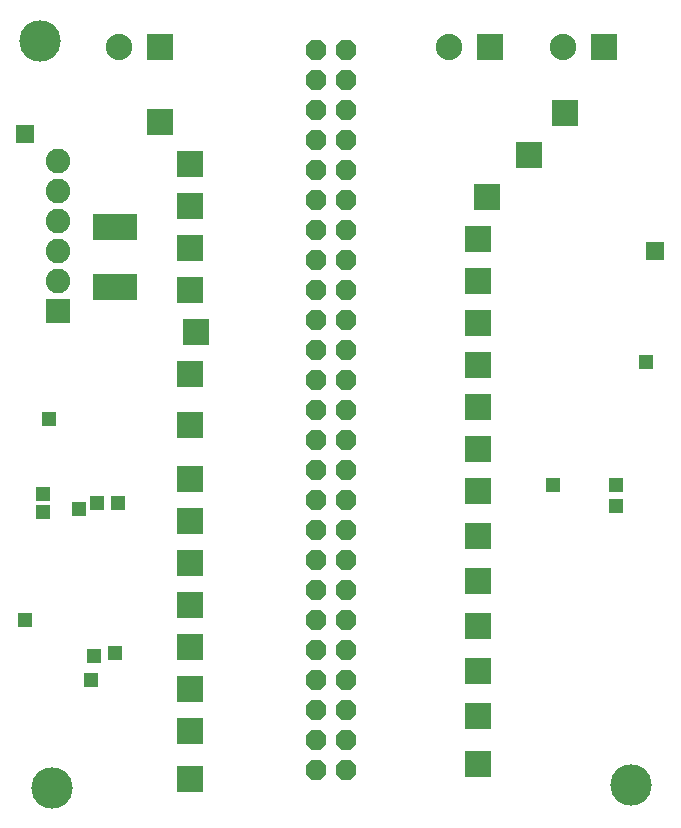
<source format=gbs>
G75*
%MOIN*%
%OFA0B0*%
%FSLAX24Y24*%
%IPPOS*%
%LPD*%
%AMOC8*
5,1,8,0,0,1.08239X$1,22.5*
%
%ADD10R,0.0820X0.0820*%
%ADD11C,0.0820*%
%ADD12OC8,0.0680*%
%ADD13R,0.0880X0.0880*%
%ADD14C,0.0880*%
%ADD15R,0.1480X0.0880*%
%ADD16C,0.1380*%
%ADD17R,0.0907X0.0907*%
%ADD18R,0.0476X0.0476*%
%ADD19R,0.0611X0.0611*%
D10*
X002100Y017700D03*
D11*
X002100Y018700D03*
X002100Y019700D03*
X002100Y020700D03*
X002100Y021700D03*
X002100Y022700D03*
D12*
X010700Y022400D03*
X010700Y021400D03*
X010700Y020400D03*
X010700Y019400D03*
X010700Y018400D03*
X010700Y017400D03*
X010700Y016400D03*
X010700Y015400D03*
X010700Y014400D03*
X010700Y013400D03*
X010700Y012400D03*
X010700Y011400D03*
X010700Y010400D03*
X010700Y009400D03*
X010700Y008400D03*
X010700Y007400D03*
X010700Y006400D03*
X010700Y005400D03*
X010700Y004400D03*
X010700Y003400D03*
X010700Y002400D03*
X011700Y002400D03*
X011700Y003400D03*
X011700Y004400D03*
X011700Y005400D03*
X011700Y006400D03*
X011700Y007400D03*
X011700Y008400D03*
X011700Y009400D03*
X011700Y010400D03*
X011700Y011400D03*
X011700Y012400D03*
X011700Y013400D03*
X011700Y014400D03*
X011700Y015400D03*
X011700Y016400D03*
X011700Y017400D03*
X011700Y018400D03*
X011700Y019400D03*
X011700Y020400D03*
X011700Y021400D03*
X011700Y022400D03*
X011700Y023400D03*
X011700Y024400D03*
X011700Y025400D03*
X011700Y026400D03*
X010700Y026400D03*
X010700Y025400D03*
X010700Y024400D03*
X010700Y023400D03*
D13*
X005500Y026500D03*
X016500Y026500D03*
X020300Y026500D03*
D14*
X018922Y026500D03*
X015122Y026500D03*
X004122Y026500D03*
D15*
X004000Y020500D03*
X004000Y018500D03*
D16*
X001900Y001800D03*
X021200Y001900D03*
X001500Y026700D03*
D17*
X005500Y024000D03*
X006500Y022600D03*
X006500Y021200D03*
X006500Y019800D03*
X006500Y018400D03*
X006700Y017000D03*
X006500Y015600D03*
X006500Y013900D03*
X006500Y012100D03*
X006500Y010700D03*
X006500Y009300D03*
X006500Y007900D03*
X006500Y006500D03*
X006500Y005100D03*
X006500Y003700D03*
X006500Y002100D03*
X016100Y002600D03*
X016100Y004200D03*
X016100Y005700D03*
X016100Y007200D03*
X016100Y008700D03*
X016100Y010200D03*
X016100Y011700D03*
X016100Y013100D03*
X016100Y014500D03*
X016100Y015900D03*
X016100Y017300D03*
X016100Y018700D03*
X016100Y020100D03*
X016400Y021500D03*
X017800Y022900D03*
X019000Y024300D03*
D18*
X021700Y016000D03*
X020700Y011900D03*
X020700Y011200D03*
X018600Y011900D03*
X004100Y011300D03*
X003400Y011300D03*
X002800Y011100D03*
X001600Y011000D03*
X001600Y011600D03*
X001800Y014100D03*
X001000Y007400D03*
X003200Y005400D03*
X003300Y006200D03*
X004000Y006300D03*
D19*
X001000Y023600D03*
X022000Y019700D03*
M02*

</source>
